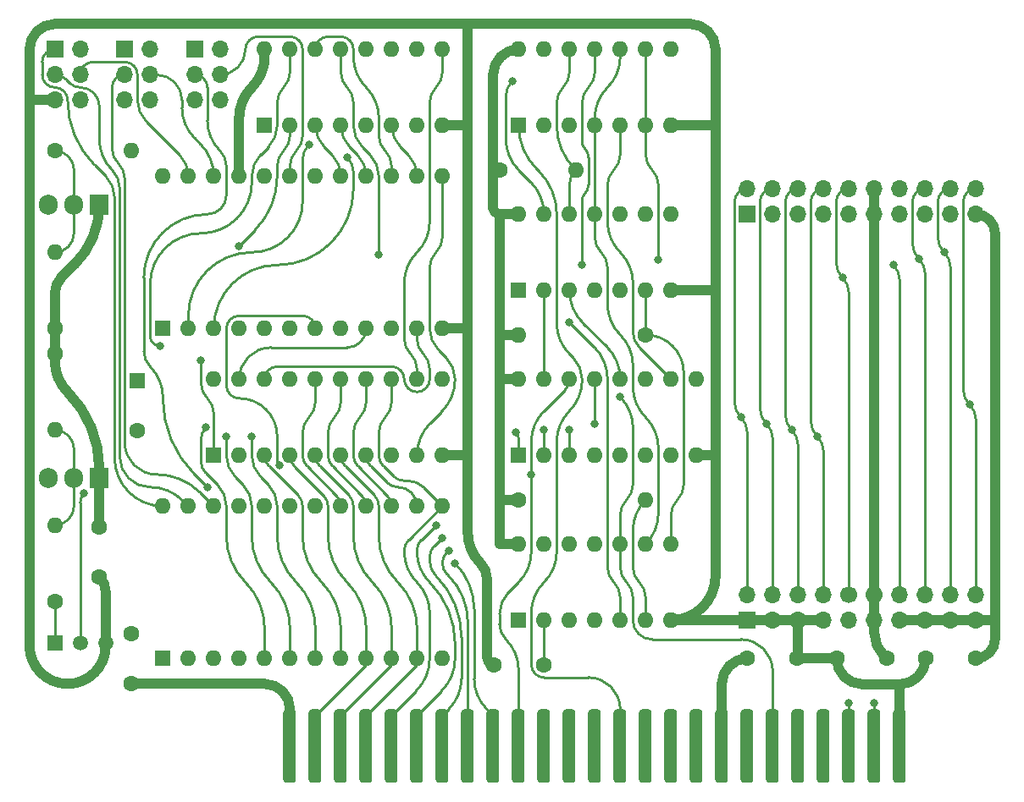
<source format=gbr>
%TF.GenerationSoftware,KiCad,Pcbnew,(6.0.5-0)*%
%TF.CreationDate,2022-08-03T01:41:10-07:00*%
%TF.ProjectId,DiskII,4469736b-4949-42e6-9b69-6361645f7063,rev?*%
%TF.SameCoordinates,Original*%
%TF.FileFunction,Copper,L2,Bot*%
%TF.FilePolarity,Positive*%
%FSLAX46Y46*%
G04 Gerber Fmt 4.6, Leading zero omitted, Abs format (unit mm)*
G04 Created by KiCad (PCBNEW (6.0.5-0)) date 2022-08-03 01:41:10*
%MOMM*%
%LPD*%
G01*
G04 APERTURE LIST*
G04 Aperture macros list*
%AMRoundRect*
0 Rectangle with rounded corners*
0 $1 Rounding radius*
0 $2 $3 $4 $5 $6 $7 $8 $9 X,Y pos of 4 corners*
0 Add a 4 corners polygon primitive as box body*
4,1,4,$2,$3,$4,$5,$6,$7,$8,$9,$2,$3,0*
0 Add four circle primitives for the rounded corners*
1,1,$1+$1,$2,$3*
1,1,$1+$1,$4,$5*
1,1,$1+$1,$6,$7*
1,1,$1+$1,$8,$9*
0 Add four rect primitives between the rounded corners*
20,1,$1+$1,$2,$3,$4,$5,0*
20,1,$1+$1,$4,$5,$6,$7,0*
20,1,$1+$1,$6,$7,$8,$9,0*
20,1,$1+$1,$8,$9,$2,$3,0*%
G04 Aperture macros list end*
%TA.AperFunction,ComponentPad*%
%ADD10C,1.600000*%
%TD*%
%TA.AperFunction,ComponentPad*%
%ADD11O,1.600000X1.600000*%
%TD*%
%TA.AperFunction,ConnectorPad*%
%ADD12RoundRect,0.317500X-0.317500X-3.365500X0.317500X-3.365500X0.317500X3.365500X-0.317500X3.365500X0*%
%TD*%
%TA.AperFunction,ComponentPad*%
%ADD13R,1.600000X1.600000*%
%TD*%
%TA.AperFunction,ComponentPad*%
%ADD14R,1.905000X2.000000*%
%TD*%
%TA.AperFunction,ComponentPad*%
%ADD15O,1.905000X2.000000*%
%TD*%
%TA.AperFunction,ComponentPad*%
%ADD16R,1.500000X1.500000*%
%TD*%
%TA.AperFunction,ComponentPad*%
%ADD17C,1.500000*%
%TD*%
%TA.AperFunction,ComponentPad*%
%ADD18R,1.700000X1.700000*%
%TD*%
%TA.AperFunction,ComponentPad*%
%ADD19O,1.700000X1.700000*%
%TD*%
%TA.AperFunction,ComponentPad*%
%ADD20C,1.700000*%
%TD*%
%TA.AperFunction,ViaPad*%
%ADD21C,0.800000*%
%TD*%
%TA.AperFunction,Conductor*%
%ADD22C,0.250000*%
%TD*%
%TA.AperFunction,Conductor*%
%ADD23C,1.016000*%
%TD*%
G04 APERTURE END LIST*
D10*
%TO.P,R2,1*%
%TO.N,+5V*%
X114935000Y-97790000D03*
D11*
%TO.P,R2,2*%
%TO.N,Net-(Q2-Pad2)*%
X114935000Y-105410000D03*
%TD*%
D10*
%TO.P,R3,1*%
%TO.N,+5V*%
X159385000Y-79375000D03*
D11*
%TO.P,R3,2*%
%TO.N,Net-(R3-Pad2)*%
X167005000Y-79375000D03*
%TD*%
D10*
%TO.P,C1,1*%
%TO.N,Net-(C1-Pad1)*%
X163830000Y-128905000D03*
%TO.P,C1,2*%
%TO.N,GND*%
X158830000Y-128905000D03*
%TD*%
%TO.P,R4,1*%
%TO.N,+5V*%
X161290000Y-112395000D03*
D11*
%TO.P,R4,2*%
%TO.N,Net-(C1-Pad1)*%
X173990000Y-112395000D03*
%TD*%
D10*
%TO.P,R1,1*%
%TO.N,Net-(Q1-Pad1)*%
X114935000Y-122555000D03*
D11*
%TO.P,R1,2*%
%TO.N,Net-(Q2-Pad2)*%
X114935000Y-114935000D03*
%TD*%
D12*
%TO.P,J1,26,GND*%
%TO.N,GND*%
X199390000Y-137043000D03*
%TO.P,J1,27,DMA_IN*%
%TO.N,Net-(J1-Pad24)*%
X196850000Y-137043000D03*
%TO.P,J1,28,INT_IN*%
%TO.N,Net-(J1-Pad23)*%
X194310000Y-137043000D03*
%TO.P,J1,29,~{NMI}*%
%TO.N,unconnected-(J1-Pad29)*%
X191770000Y-137043000D03*
%TO.P,J1,30,~{IRQ}*%
%TO.N,unconnected-(J1-Pad30)*%
X189230000Y-137043000D03*
%TO.P,J1,31,~{RES}*%
%TO.N,/~{RES}*%
X186690000Y-137043000D03*
%TO.P,J1,32,~{INH}*%
%TO.N,unconnected-(J1-Pad32)*%
X184150000Y-137043000D03*
%TO.P,J1,33,-12V*%
%TO.N,-12V*%
X181610000Y-137043000D03*
%TO.P,J1,34,-5V*%
%TO.N,unconnected-(J1-Pad34)*%
X179070000Y-137043000D03*
%TO.P,J1,35,N.C.*%
%TO.N,unconnected-(J1-Pad35)*%
X176530000Y-137043000D03*
%TO.P,J1,36,7M*%
%TO.N,unconnected-(J1-Pad36)*%
X173990000Y-137043000D03*
%TO.P,J1,37,Q3*%
%TO.N,/Q3*%
X171450000Y-137043000D03*
%TO.P,J1,38,PHI1*%
%TO.N,unconnected-(J1-Pad38)*%
X168910000Y-137043000D03*
%TO.P,J1,39,USER1*%
%TO.N,unconnected-(J1-Pad39)*%
X166370000Y-137043000D03*
%TO.P,J1,40,PHI0*%
%TO.N,unconnected-(J1-Pad40)*%
X163830000Y-137043000D03*
%TO.P,J1,41,~{DEVICE_SELECT}*%
%TO.N,/DEV*%
X161290000Y-137043000D03*
%TO.P,J1,42,D7*%
%TO.N,/D7*%
X158750000Y-137043000D03*
%TO.P,J1,43,D6*%
%TO.N,/D6*%
X156210000Y-137043000D03*
%TO.P,J1,44,D5*%
%TO.N,/D5*%
X153670000Y-137043000D03*
%TO.P,J1,45,D4*%
%TO.N,/D4*%
X151130000Y-137043000D03*
%TO.P,J1,46,D3*%
%TO.N,/D3*%
X148590000Y-137043000D03*
%TO.P,J1,47,D2*%
%TO.N,/D2*%
X146050000Y-137043000D03*
%TO.P,J1,48,D1*%
%TO.N,/D1*%
X143510000Y-137043000D03*
%TO.P,J1,49,D0*%
%TO.N,/D0*%
X140970000Y-137043000D03*
%TO.P,J1,50,-12V*%
%TO.N,+12V*%
X138430000Y-137043000D03*
%TD*%
D10*
%TO.P,C4,1*%
%TO.N,+12V*%
X122555000Y-130770000D03*
%TO.P,C4,2*%
%TO.N,GND*%
X122555000Y-125770000D03*
%TD*%
D13*
%TO.P,UC2,1,A0*%
%TO.N,/A1*%
X161305000Y-107950000D03*
D11*
%TO.P,UC2,2,A1*%
%TO.N,/A2*%
X163845000Y-107950000D03*
%TO.P,UC2,3,A2*%
%TO.N,/A3*%
X166385000Y-107950000D03*
%TO.P,UC2,4,Q0*%
%TO.N,/PH0*%
X168925000Y-107950000D03*
%TO.P,UC2,5,Q1*%
%TO.N,/PH1*%
X171465000Y-107950000D03*
%TO.P,UC2,6,Q2*%
%TO.N,/PH2*%
X174005000Y-107950000D03*
%TO.P,UC2,7,Q3*%
%TO.N,/PH3*%
X176545000Y-107950000D03*
%TO.P,UC2,8,GND*%
%TO.N,GND*%
X179085000Y-107950000D03*
%TO.P,UC2,9,Q4*%
%TO.N,Net-(UB2-Pad5)*%
X179085000Y-100330000D03*
%TO.P,UC2,10,Q5*%
%TO.N,Net-(UA2-Pad5)*%
X176545000Y-100330000D03*
%TO.P,UC2,11,Q6*%
%TO.N,/P6A2*%
X174005000Y-100330000D03*
%TO.P,UC2,12,Q7*%
%TO.N,/P6A3*%
X171465000Y-100330000D03*
%TO.P,UC2,13,D*%
%TO.N,/A0*%
X168925000Y-100330000D03*
%TO.P,UC2,14,E*%
%TO.N,/DEV*%
X166385000Y-100330000D03*
%TO.P,UC2,15,Clr*%
%TO.N,/~{RES}*%
X163845000Y-100330000D03*
%TO.P,UC2,16,VCC*%
%TO.N,+5V*%
X161305000Y-100330000D03*
%TD*%
D13*
%TO.P,UD2,1,DIS*%
%TO.N,unconnected-(UD2-Pad1)*%
X161285000Y-124450000D03*
D11*
%TO.P,UD2,2,THR*%
%TO.N,Net-(C1-Pad1)*%
X163825000Y-124450000D03*
%TO.P,UD2,3,CV*%
%TO.N,unconnected-(UD2-Pad3)*%
X166365000Y-124450000D03*
%TO.P,UD2,4,R*%
%TO.N,+5V*%
X168905000Y-124450000D03*
%TO.P,UD2,5,Q*%
%TO.N,Net-(UB2-Pad1)*%
X171445000Y-124450000D03*
%TO.P,UD2,6,TR*%
%TO.N,Net-(C1-Pad1)*%
X173985000Y-124450000D03*
%TO.P,UD2,7,GND*%
%TO.N,GND*%
X176525000Y-124450000D03*
%TO.P,UD2,8,THR*%
%TO.N,Net-(C2-Pad2)*%
X176525000Y-116830000D03*
%TO.P,UD2,9,Q*%
%TO.N,Net-(UA2-Pad10)*%
X173985000Y-116830000D03*
%TO.P,UD2,10,R*%
%TO.N,/~{RES}*%
X171445000Y-116830000D03*
%TO.P,UD2,11,CV*%
%TO.N,unconnected-(UD2-Pad11)*%
X168905000Y-116830000D03*
%TO.P,UD2,12,TR*%
%TO.N,Net-(C2-Pad2)*%
X166365000Y-116830000D03*
%TO.P,UD2,13,DIS*%
%TO.N,unconnected-(UD2-Pad13)*%
X163825000Y-116830000D03*
%TO.P,UD2,14,VCC*%
%TO.N,+5V*%
X161285000Y-116830000D03*
%TD*%
D13*
%TO.P,UD3,1,A7*%
%TO.N,/A7*%
X125735000Y-128270000D03*
D11*
%TO.P,UD3,2,A6*%
%TO.N,/A6*%
X128275000Y-128270000D03*
%TO.P,UD3,3,A5*%
%TO.N,/A5*%
X130815000Y-128270000D03*
%TO.P,UD3,4,A4*%
%TO.N,/A4*%
X133355000Y-128270000D03*
%TO.P,UD3,5,A3*%
%TO.N,/A3*%
X135895000Y-128270000D03*
%TO.P,UD3,6,A2*%
%TO.N,/A2*%
X138435000Y-128270000D03*
%TO.P,UD3,7,A1*%
%TO.N,/A1*%
X140975000Y-128270000D03*
%TO.P,UD3,8,A0*%
%TO.N,/A0*%
X143515000Y-128270000D03*
%TO.P,UD3,9,D0*%
%TO.N,/D0*%
X146055000Y-128270000D03*
%TO.P,UD3,10,D1*%
%TO.N,/D1*%
X148595000Y-128270000D03*
%TO.P,UD3,11,D2*%
%TO.N,/D2*%
X151135000Y-128270000D03*
%TO.P,UD3,12,GND*%
%TO.N,GND*%
X153675000Y-128270000D03*
%TO.P,UD3,13,D3*%
%TO.N,/D3*%
X153675000Y-113030000D03*
%TO.P,UD3,14,D4*%
%TO.N,/D4*%
X151135000Y-113030000D03*
%TO.P,UD3,15,D5*%
%TO.N,/D5*%
X148595000Y-113030000D03*
%TO.P,UD3,16,D6*%
%TO.N,/D6*%
X146055000Y-113030000D03*
%TO.P,UD3,17,D7*%
%TO.N,/D7*%
X143515000Y-113030000D03*
%TO.P,UD3,18,~{CE}/PGM*%
%TO.N,/I{slash}~{OSEL}*%
X140975000Y-113030000D03*
%TO.P,UD3,19,A10*%
%TO.N,/P5A10*%
X138435000Y-113030000D03*
%TO.P,UD3,20,~{OE}*%
%TO.N,GND*%
X135895000Y-113030000D03*
%TO.P,UD3,21,VPP*%
%TO.N,/P5VCC*%
X133355000Y-113030000D03*
%TO.P,UD3,22,A9*%
%TO.N,/P5A9*%
X130815000Y-113030000D03*
%TO.P,UD3,23,A8*%
%TO.N,/P5A8*%
X128275000Y-113030000D03*
%TO.P,UD3,24,VCC*%
%TO.N,/P5VCC*%
X125735000Y-113030000D03*
%TD*%
D10*
%TO.P,C6,1*%
%TO.N,+12V*%
X206970000Y-128270000D03*
%TO.P,C6,2*%
%TO.N,GND*%
X201970000Y-128270000D03*
%TD*%
D14*
%TO.P,Q2,1,E*%
%TO.N,+5V*%
X119380000Y-110180000D03*
D15*
%TO.P,Q2,2,B*%
%TO.N,Net-(Q2-Pad2)*%
X116840000Y-110180000D03*
%TO.P,Q2,3,C*%
%TO.N,/P5VCC*%
X114300000Y-110180000D03*
%TD*%
D16*
%TO.P,Q1,1,E*%
%TO.N,Net-(Q1-Pad1)*%
X114935000Y-126725000D03*
D17*
%TO.P,Q1,2,B*%
%TO.N,/I{slash}~{OSEL}*%
X117475000Y-126725000D03*
%TO.P,Q1,3,C*%
%TO.N,GND*%
X120015000Y-126725000D03*
%TD*%
D10*
%TO.P,C7,1*%
%TO.N,-12V*%
X184150000Y-128270000D03*
%TO.P,C7,2*%
%TO.N,GND*%
X189150000Y-128270000D03*
%TD*%
%TO.P,R5,1*%
%TO.N,Net-(C2-Pad2)*%
X173990000Y-95885000D03*
D11*
%TO.P,R5,2*%
%TO.N,+5V*%
X161290000Y-95885000D03*
%TD*%
D18*
%TO.P,SW3,1,A*%
%TO.N,/P5VCC*%
X128900000Y-67310000D03*
D19*
%TO.P,SW3,2,B*%
%TO.N,/P5A10*%
X128900000Y-69850000D03*
%TO.P,SW3,3,C*%
%TO.N,GND*%
X128900000Y-72390000D03*
%TO.P,SW3,4,A*%
%TO.N,/P6VCC*%
X131440000Y-67310000D03*
%TO.P,SW3,5,B*%
%TO.N,/P6A10*%
X131440000Y-69850000D03*
%TO.P,SW3,6,C*%
%TO.N,GND*%
X131440000Y-72390000D03*
%TD*%
D18*
%TO.P,J3,1,GND*%
%TO.N,GND*%
X184150000Y-83820000D03*
D19*
%TO.P,J3,2,PH0*%
%TO.N,/PH0*%
X184150000Y-81280000D03*
%TO.P,J3,3,GND*%
%TO.N,GND*%
X186690000Y-83820000D03*
%TO.P,J3,4,PH1*%
%TO.N,/PH1*%
X186690000Y-81280000D03*
%TO.P,J3,5,GND*%
%TO.N,GND*%
X189230000Y-83820000D03*
%TO.P,J3,6,PH2*%
%TO.N,/PH2*%
X189230000Y-81280000D03*
%TO.P,J3,7,GND*%
%TO.N,GND*%
X191770000Y-83820000D03*
%TO.P,J3,8,PH3*%
%TO.N,/PH3*%
X191770000Y-81280000D03*
%TO.P,J3,9,-12*%
%TO.N,-12V*%
X194310000Y-83820000D03*
%TO.P,J3,10,WR_REQ*%
%TO.N,/WR REQ*%
X194310000Y-81280000D03*
%TO.P,J3,11,VCC*%
%TO.N,+5V*%
X196850000Y-83820000D03*
%TO.P,J3,12,VCC*%
X196850000Y-81280000D03*
%TO.P,J3,13,+12*%
%TO.N,+12V*%
X199390000Y-83820000D03*
%TO.P,J3,14,~{ENBL}*%
%TO.N,/~{ENBL 1}*%
X199390000Y-81280000D03*
%TO.P,J3,15,+12*%
%TO.N,+12V*%
X201930000Y-83820000D03*
%TO.P,J3,16,RD_DATA*%
%TO.N,/RD DATA*%
X201930000Y-81280000D03*
%TO.P,J3,17,+12*%
%TO.N,+12V*%
X204470000Y-83820000D03*
%TO.P,J3,18,WR_DATA*%
%TO.N,/P6A7*%
X204470000Y-81280000D03*
%TO.P,J3,19,+12*%
%TO.N,+12V*%
X207010000Y-83820000D03*
%TO.P,J3,20,W_PROT*%
%TO.N,/W PROT*%
X207010000Y-81280000D03*
%TD*%
D18*
%TO.P,SW1,1,A*%
%TO.N,/P5VCC*%
X114930000Y-67310000D03*
D19*
%TO.P,SW1,2,B*%
%TO.N,/P5A8*%
X114930000Y-69850000D03*
%TO.P,SW1,3,C*%
%TO.N,GND*%
X114930000Y-72390000D03*
%TO.P,SW1,4,A*%
%TO.N,/P6VCC*%
X117470000Y-67310000D03*
%TO.P,SW1,5,B*%
%TO.N,/P6A8*%
X117470000Y-69850000D03*
%TO.P,SW1,6,C*%
%TO.N,GND*%
X117470000Y-72390000D03*
%TD*%
D13*
%TO.P,UA2,1*%
%TO.N,/Q3*%
X161285000Y-74930000D03*
D11*
%TO.P,UA2,2*%
%TO.N,Net-(UA2-Pad10)*%
X163825000Y-74930000D03*
%TO.P,UA2,3*%
%TO.N,Net-(UA2-Pad3)*%
X166365000Y-74930000D03*
%TO.P,UA2,4*%
%TO.N,Net-(UA2-Pad10)*%
X168905000Y-74930000D03*
%TO.P,UA2,5*%
%TO.N,Net-(UA2-Pad5)*%
X171445000Y-74930000D03*
%TO.P,UA2,6*%
%TO.N,/~{ENBL 2}*%
X173985000Y-74930000D03*
%TO.P,UA2,7,GND*%
%TO.N,GND*%
X176525000Y-74930000D03*
%TO.P,UA2,8*%
%TO.N,/~{ENBL 1}*%
X176525000Y-67310000D03*
%TO.P,UA2,9*%
%TO.N,/~{ENBL 2}*%
X173985000Y-67310000D03*
%TO.P,UA2,10*%
%TO.N,Net-(UA2-Pad10)*%
X171445000Y-67310000D03*
%TO.P,UA2,11*%
%TO.N,/P6A4*%
X168905000Y-67310000D03*
%TO.P,UA2,12*%
%TO.N,Net-(R3-Pad2)*%
X166365000Y-67310000D03*
%TO.P,UA2,13*%
%TO.N,Net-(UA2-Pad13)*%
X163825000Y-67310000D03*
%TO.P,UA2,14,VCC*%
%TO.N,+5V*%
X161285000Y-67310000D03*
%TD*%
D13*
%TO.P,UC3,1,S0*%
%TO.N,/P6D1*%
X130815000Y-107950000D03*
D11*
%TO.P,UC3,2,OE1*%
%TO.N,/DEV*%
X133355000Y-107950000D03*
%TO.P,UC3,3,OE2*%
%TO.N,/A0*%
X135895000Y-107950000D03*
%TO.P,UC3,4,IO6*%
%TO.N,/D0*%
X138435000Y-107950000D03*
%TO.P,UC3,5,IO4*%
%TO.N,/D1*%
X140975000Y-107950000D03*
%TO.P,UC3,6,IO2*%
%TO.N,/D2*%
X143515000Y-107950000D03*
%TO.P,UC3,7,IO0*%
%TO.N,/D4*%
X146055000Y-107950000D03*
%TO.P,UC3,8,Q0*%
%TO.N,/P6A1*%
X148595000Y-107950000D03*
%TO.P,UC3,9,SR*%
%TO.N,/P6D3*%
X151135000Y-107950000D03*
%TO.P,UC3,10,GND*%
%TO.N,GND*%
X153675000Y-107950000D03*
%TO.P,UC3,11,DS0*%
%TO.N,/W PROT*%
X153675000Y-100330000D03*
%TO.P,UC3,12,Cp*%
%TO.N,Net-(UA2-Pad3)*%
X151135000Y-100330000D03*
%TO.P,UC3,13,IO1*%
%TO.N,/D3*%
X148595000Y-100330000D03*
%TO.P,UC3,14,IO3*%
%TO.N,/D5*%
X146055000Y-100330000D03*
%TO.P,UC3,15,IO5*%
%TO.N,/D6*%
X143515000Y-100330000D03*
%TO.P,UC3,16,IO7*%
%TO.N,/D7*%
X140975000Y-100330000D03*
%TO.P,UC3,17,Q7*%
%TO.N,unconnected-(UC3-Pad17)*%
X138435000Y-100330000D03*
%TO.P,UC3,18,DS7*%
%TO.N,/P6D2*%
X135895000Y-100330000D03*
%TO.P,UC3,19,S1*%
%TO.N,/P6D0*%
X133355000Y-100330000D03*
%TO.P,UC3,20,VCC*%
%TO.N,+5V*%
X130815000Y-100330000D03*
%TD*%
D13*
%TO.P,UB3,1,A7*%
%TO.N,/P6A7*%
X125735000Y-95250000D03*
D11*
%TO.P,UB3,2,A6*%
%TO.N,/P6A6*%
X128275000Y-95250000D03*
%TO.P,UB3,3,A5*%
%TO.N,/P6A5*%
X130815000Y-95250000D03*
%TO.P,UB3,4,A4*%
%TO.N,/P6A4*%
X133355000Y-95250000D03*
%TO.P,UB3,5,A3*%
%TO.N,/P6A3*%
X135895000Y-95250000D03*
%TO.P,UB3,6,A2*%
%TO.N,/P6A2*%
X138435000Y-95250000D03*
%TO.P,UB3,7,A1*%
%TO.N,/P6A1*%
X140975000Y-95250000D03*
%TO.P,UB3,8,A0*%
%TO.N,/P6A0*%
X143515000Y-95250000D03*
%TO.P,UB3,9,D0*%
%TO.N,/P6D0*%
X146055000Y-95250000D03*
%TO.P,UB3,10,D1*%
%TO.N,/P6D1*%
X148595000Y-95250000D03*
%TO.P,UB3,11,D2*%
%TO.N,/P6D2*%
X151135000Y-95250000D03*
%TO.P,UB3,12,GND*%
%TO.N,GND*%
X153675000Y-95250000D03*
%TO.P,UB3,13,D3*%
%TO.N,/P6D3*%
X153675000Y-80010000D03*
%TO.P,UB3,14,D4*%
%TO.N,/P6D4*%
X151135000Y-80010000D03*
%TO.P,UB3,15,D5*%
%TO.N,/P6D5*%
X148595000Y-80010000D03*
%TO.P,UB3,16,D6*%
%TO.N,/P6D6*%
X146055000Y-80010000D03*
%TO.P,UB3,17,D7*%
%TO.N,/P6D7*%
X143515000Y-80010000D03*
%TO.P,UB3,18,~{CE}*%
%TO.N,/P6EN*%
X140975000Y-80010000D03*
%TO.P,UB3,19,AR*%
%TO.N,/P6A10*%
X138435000Y-80010000D03*
%TO.P,UB3,20,~{OE}*%
%TO.N,GND*%
X135895000Y-80010000D03*
%TO.P,UB3,21,VPP*%
%TO.N,/P6VCC*%
X133355000Y-80010000D03*
%TO.P,UB3,22,A9*%
%TO.N,/P6A9*%
X130815000Y-80010000D03*
%TO.P,UB3,23,A8*%
%TO.N,/P6A8*%
X128275000Y-80010000D03*
%TO.P,UB3,24,VCC*%
%TO.N,/P6VCC*%
X125735000Y-80010000D03*
%TD*%
D10*
%TO.P,C3,1*%
%TO.N,+5V*%
X198080000Y-128270000D03*
%TO.P,C3,2*%
%TO.N,GND*%
X193080000Y-128270000D03*
%TD*%
%TO.P,R6,1*%
%TO.N,Net-(Q3-Pad2)*%
X114935000Y-77470000D03*
D11*
%TO.P,R6,2*%
%TO.N,/P6EN*%
X122555000Y-77470000D03*
%TD*%
D14*
%TO.P,Q3,1,E*%
%TO.N,+5V*%
X119380000Y-82875000D03*
D15*
%TO.P,Q3,2,B*%
%TO.N,Net-(Q3-Pad2)*%
X116840000Y-82875000D03*
%TO.P,Q3,3,C*%
%TO.N,/P6VCC*%
X114300000Y-82875000D03*
%TD*%
D10*
%TO.P,C5,1*%
%TO.N,+5V*%
X119380000Y-115102000D03*
%TO.P,C5,2*%
%TO.N,GND*%
X119380000Y-120102000D03*
%TD*%
D13*
%TO.P,UA3,1,~{Mr}*%
%TO.N,Net-(UA2-Pad10)*%
X135905000Y-74930000D03*
D11*
%TO.P,UA3,2,Q0*%
%TO.N,/P6A7*%
X138445000Y-74930000D03*
%TO.P,UA3,3,D0*%
%TO.N,/P6D7*%
X140985000Y-74930000D03*
%TO.P,UA3,4,D1*%
%TO.N,/P6D6*%
X143525000Y-74930000D03*
%TO.P,UA3,5,Q1*%
%TO.N,/P6A6*%
X146065000Y-74930000D03*
%TO.P,UA3,6,D2*%
%TO.N,/P6D4*%
X148605000Y-74930000D03*
%TO.P,UA3,7,Q2*%
%TO.N,/P6A5*%
X151145000Y-74930000D03*
%TO.P,UA3,8,GND*%
%TO.N,GND*%
X153685000Y-74930000D03*
%TO.P,UA3,9,Cp*%
%TO.N,Net-(UA2-Pad3)*%
X153685000Y-67310000D03*
%TO.P,UA3,10,Q3*%
%TO.N,Net-(UA2-Pad13)*%
X151145000Y-67310000D03*
%TO.P,UA3,11,D3*%
%TO.N,Net-(UA3-Pad11)*%
X148605000Y-67310000D03*
%TO.P,UA3,12,Q4*%
X146065000Y-67310000D03*
%TO.P,UA3,13,D4*%
%TO.N,/RD DATA*%
X143525000Y-67310000D03*
%TO.P,UA3,14,D5*%
%TO.N,/P6D5*%
X140985000Y-67310000D03*
%TO.P,UA3,15,Q5*%
%TO.N,/P6A0*%
X138445000Y-67310000D03*
%TO.P,UA3,16,VCC*%
%TO.N,/P6VCC*%
X135905000Y-67310000D03*
%TD*%
D13*
%TO.P,C2,1*%
%TO.N,+5V*%
X123190000Y-100467349D03*
D10*
%TO.P,C2,2*%
%TO.N,Net-(C2-Pad2)*%
X123190000Y-105467349D03*
%TD*%
D18*
%TO.P,J2,1,GND*%
%TO.N,GND*%
X184150000Y-124460000D03*
D19*
%TO.P,J2,2,PH0*%
%TO.N,/PH0*%
X184150000Y-121920000D03*
%TO.P,J2,3,GND*%
%TO.N,GND*%
X186690000Y-124460000D03*
%TO.P,J2,4,PH1*%
%TO.N,/PH1*%
X186690000Y-121920000D03*
%TO.P,J2,5,GND*%
%TO.N,GND*%
X189230000Y-124460000D03*
%TO.P,J2,6,PH2*%
%TO.N,/PH2*%
X189230000Y-121920000D03*
%TO.P,J2,7,GND*%
%TO.N,GND*%
X191770000Y-124460000D03*
%TO.P,J2,8,PH3*%
%TO.N,/PH3*%
X191770000Y-121920000D03*
%TO.P,J2,9,-12*%
%TO.N,-12V*%
X194310000Y-124460000D03*
D20*
%TO.P,J2,10,WR_REQ*%
%TO.N,/WR REQ*%
X194310000Y-121920000D03*
D19*
%TO.P,J2,11,VCC*%
%TO.N,+5V*%
X196850000Y-124460000D03*
D20*
%TO.P,J2,12,VCC*%
X196850000Y-121920000D03*
D19*
%TO.P,J2,13,+12*%
%TO.N,+12V*%
X199390000Y-124460000D03*
%TO.P,J2,14,~{ENBL}*%
%TO.N,/~{ENBL 2}*%
X199390000Y-121920000D03*
%TO.P,J2,15,+12*%
%TO.N,+12V*%
X201930000Y-124460000D03*
%TO.P,J2,16,RD_DATA*%
%TO.N,/RD DATA*%
X201930000Y-121920000D03*
%TO.P,J2,17,+12*%
%TO.N,+12V*%
X204470000Y-124460000D03*
%TO.P,J2,18,WR_DATA*%
%TO.N,/P6A7*%
X204470000Y-121920000D03*
%TO.P,J2,19,+12*%
%TO.N,+12V*%
X207010000Y-124460000D03*
%TO.P,J2,20,W_PROT*%
%TO.N,/W PROT*%
X207010000Y-121920000D03*
%TD*%
D18*
%TO.P,SW2,1,A*%
%TO.N,/P5VCC*%
X121915000Y-67310000D03*
D19*
%TO.P,SW2,2,B*%
%TO.N,/P5A9*%
X121915000Y-69850000D03*
%TO.P,SW2,3,C*%
%TO.N,GND*%
X121915000Y-72390000D03*
%TO.P,SW2,4,A*%
%TO.N,/P6VCC*%
X124455000Y-67310000D03*
%TO.P,SW2,5,B*%
%TO.N,/P6A9*%
X124455000Y-69850000D03*
%TO.P,SW2,6,C*%
%TO.N,GND*%
X124455000Y-72390000D03*
%TD*%
D13*
%TO.P,UB2,1*%
%TO.N,Net-(UB2-Pad1)*%
X161285000Y-91430000D03*
D11*
%TO.P,UB2,2*%
%TO.N,/~{RES}*%
X163825000Y-91430000D03*
%TO.P,UB2,3*%
%TO.N,/P6A3*%
X166365000Y-91430000D03*
%TO.P,UB2,4*%
%TO.N,/WR REQ*%
X168905000Y-91430000D03*
%TO.P,UB2,5*%
%TO.N,Net-(UB2-Pad5)*%
X171445000Y-91430000D03*
%TO.P,UB2,6*%
%TO.N,Net-(C2-Pad2)*%
X173985000Y-91430000D03*
%TO.P,UB2,7,GND*%
%TO.N,GND*%
X176525000Y-91430000D03*
%TO.P,UB2,8*%
%TO.N,/P6D1*%
X176525000Y-83810000D03*
%TO.P,UB2,9*%
%TO.N,/P6EN*%
X173985000Y-83810000D03*
%TO.P,UB2,10*%
X171445000Y-83810000D03*
%TO.P,UB2,11*%
%TO.N,Net-(UA2-Pad10)*%
X168905000Y-83810000D03*
%TO.P,UB2,12*%
%TO.N,Net-(R3-Pad2)*%
X166365000Y-83810000D03*
%TO.P,UB2,13*%
%TO.N,Net-(UA3-Pad11)*%
X163825000Y-83810000D03*
%TO.P,UB2,14,VCC*%
%TO.N,+5V*%
X161285000Y-83810000D03*
%TD*%
D10*
%TO.P,R7,1*%
%TO.N,+5V*%
X114935000Y-95250000D03*
D11*
%TO.P,R7,2*%
%TO.N,Net-(Q3-Pad2)*%
X114935000Y-87630000D03*
%TD*%
D21*
%TO.N,/I{slash}~{OSEL}*%
X117856000Y-111760000D03*
%TO.N,GND*%
X180975000Y-83820000D03*
X156210000Y-82550000D03*
%TO.N,Net-(UA3-Pad11)*%
X160655000Y-70485000D03*
%TO.N,/P6A7*%
X133350000Y-86995000D03*
X203835000Y-87630000D03*
%TO.N,/A0*%
X168910000Y-104775000D03*
%TO.N,/A1*%
X134620000Y-106045000D03*
X161036000Y-105664000D03*
%TO.N,/A2*%
X163830000Y-105410000D03*
X132080000Y-106045000D03*
%TO.N,/A3*%
X166370000Y-105410000D03*
X130048000Y-105156000D03*
%TO.N,/D7*%
X154940000Y-118745000D03*
%TO.N,/D6*%
X154305000Y-117475000D03*
%TO.N,/D5*%
X153670000Y-116205000D03*
%TO.N,/D4*%
X153035000Y-114935000D03*
%TO.N,/PH0*%
X183515000Y-104140000D03*
%TO.N,/PH1*%
X186055000Y-104775000D03*
%TO.N,/PH2*%
X188595000Y-105410000D03*
%TO.N,/PH3*%
X191135000Y-106045000D03*
%TO.N,/WR REQ*%
X193675000Y-90170000D03*
%TO.N,/~{ENBL 2}*%
X198755000Y-88900000D03*
X175260000Y-88392000D03*
%TO.N,/RD DATA*%
X201295000Y-88265000D03*
X147320000Y-87884000D03*
%TO.N,/W PROT*%
X206375000Y-102870000D03*
%TO.N,Net-(UB2-Pad1)*%
X166370000Y-94615000D03*
%TO.N,/~{RES}*%
X171450000Y-102108000D03*
%TO.N,/DEV*%
X162560000Y-109855000D03*
%TO.N,Net-(J1-Pad23)*%
X194310000Y-132715000D03*
%TO.N,Net-(J1-Pad24)*%
X196850000Y-132715000D03*
%TO.N,/P6A4*%
X167640000Y-88900000D03*
%TO.N,/P6A6*%
X140335000Y-76835000D03*
%TO.N,/P6A5*%
X144145000Y-78105000D03*
%TO.N,/P6A0*%
X125476000Y-97028000D03*
%TO.N,/P6D1*%
X129540000Y-98425000D03*
%TO.N,/P6A1*%
X137414000Y-108966000D03*
%TO.N,/P5A10*%
X130175000Y-111125000D03*
%TD*%
D22*
%TO.N,Net-(Q1-Pad1)*%
X114935000Y-123190000D02*
X114935000Y-126725000D01*
%TO.N,/I{slash}~{OSEL}*%
X117475000Y-126725000D02*
X117475000Y-112679815D01*
X117855995Y-111759995D02*
G75*
G03*
X117475000Y-112679815I919805J-919805D01*
G01*
D23*
%TO.N,GND*%
X199390000Y-130850000D02*
X195660000Y-130850000D01*
X176525000Y-74930000D02*
X180975000Y-74930000D01*
X179085000Y-107950000D02*
X180975000Y-107950000D01*
X112395000Y-72390000D02*
X112395000Y-69850000D01*
X112395000Y-69215000D02*
X112395000Y-67310000D01*
X189150000Y-128270000D02*
X193080000Y-128270000D01*
X180975000Y-91440000D02*
X180975000Y-83820000D01*
X180975000Y-67310000D02*
X180975000Y-74930000D01*
X156210000Y-74930000D02*
X153685000Y-74930000D01*
X156210000Y-82550000D02*
X156210000Y-74930000D01*
X114930000Y-72390000D02*
X112395000Y-72390000D01*
X158115000Y-120278025D02*
X158115000Y-128190000D01*
X156210000Y-95250000D02*
X156210000Y-82550000D01*
X199390000Y-137043000D02*
X199390000Y-130850000D01*
X153675000Y-107950000D02*
X156210000Y-107950000D01*
X189230000Y-124460000D02*
X189230000Y-128190000D01*
X156210000Y-64770000D02*
X178435000Y-64770000D01*
X153675000Y-95250000D02*
X156210000Y-95250000D01*
X156210000Y-107950000D02*
X156210000Y-95250000D01*
X114935000Y-64770000D02*
X156210000Y-64770000D01*
X180975000Y-120000000D02*
X180975000Y-107950000D01*
X156210000Y-107950000D02*
X156210000Y-115678949D01*
X120015000Y-126725000D02*
X120015000Y-121635025D01*
X176525000Y-91430000D02*
X180965000Y-91430000D01*
X112395000Y-127000000D02*
X112395000Y-74930000D01*
X112395000Y-74930000D02*
X112395000Y-72390000D01*
X180975000Y-74930000D02*
X180975000Y-83820000D01*
X176525000Y-124450000D02*
X191760000Y-124450000D01*
X180975000Y-107950000D02*
X180975000Y-91440000D01*
X120015000Y-127000000D02*
X120015000Y-126725000D01*
X112395000Y-69850000D02*
X112395000Y-69215000D01*
X156210000Y-74930000D02*
X156210000Y-64770000D01*
X180975000Y-67310000D02*
G75*
G03*
X178435000Y-64770000I-2540000J0D01*
G01*
X112395000Y-67310000D02*
G75*
G02*
X114935000Y-64770000I2540000J0D01*
G01*
X180975000Y-91440000D02*
G75*
G03*
X180965000Y-91430000I-10000J0D01*
G01*
X193080000Y-128270000D02*
G75*
G03*
X195660000Y-130850000I2580000J0D01*
G01*
X189150000Y-128270000D02*
G75*
G03*
X189230000Y-128190000I0J80000D01*
G01*
X180975000Y-120000000D02*
G75*
G02*
X176525000Y-124450000I-4450000J0D01*
G01*
X158830000Y-128905000D02*
G75*
G02*
X158115000Y-128190000I0J715000D01*
G01*
X158114989Y-120278025D02*
G75*
G03*
X157480000Y-118745000I-2167989J25D01*
G01*
X112395000Y-69850000D02*
G75*
G02*
X112400000Y-69845000I5000J0D01*
G01*
X157479985Y-118745015D02*
G75*
G02*
X156210000Y-115678949I3066015J3066015D01*
G01*
X119380008Y-120101992D02*
G75*
G02*
X120015000Y-121635025I-1533008J-1533008D01*
G01*
X116205000Y-130810000D02*
G75*
G02*
X112395000Y-127000000I0J3810000D01*
G01*
X199390000Y-130850000D02*
G75*
G03*
X201970000Y-128270000I0J2580000D01*
G01*
X120015000Y-127000000D02*
G75*
G02*
X116205000Y-130810000I-3810000J0D01*
G01*
X191770000Y-124460000D02*
G75*
G03*
X191760000Y-124450000I-10000J0D01*
G01*
D22*
%TO.N,Net-(Q2-Pad2)*%
X116840000Y-110180000D02*
X116840000Y-113030000D01*
X116840000Y-110180000D02*
X116840000Y-107315000D01*
X114935000Y-105410000D02*
G75*
G02*
X116840000Y-107315000I0J-1905000D01*
G01*
X114935000Y-114935000D02*
G75*
G03*
X116840000Y-113030000I0J1905000D01*
G01*
D23*
%TO.N,+5V*%
X159385000Y-100330000D02*
X161305000Y-100330000D01*
X161290000Y-112395000D02*
X159385000Y-112395000D01*
X196850000Y-124460000D02*
X196850000Y-121920000D01*
X161275000Y-116840000D02*
X161285000Y-116830000D01*
X196850000Y-124460000D02*
X196850000Y-125730000D01*
X158750000Y-69845000D02*
X158750000Y-83185000D01*
X114935000Y-91703025D02*
X114935000Y-95250000D01*
X161285000Y-83810000D02*
X159395000Y-83810000D01*
X119380000Y-110180000D02*
X119380000Y-115102000D01*
X159385000Y-95885000D02*
X159385000Y-100330000D01*
X114935000Y-96520000D02*
X114935000Y-97790000D01*
X159385000Y-112395000D02*
X159385000Y-116840000D01*
X159385000Y-83820000D02*
X159385000Y-95885000D01*
X197776310Y-127966310D02*
X198080000Y-128270000D01*
X116915733Y-88824267D02*
X115570000Y-90170000D01*
X196850000Y-83820000D02*
X196850000Y-121920000D01*
X196850000Y-83820000D02*
X196850000Y-81280000D01*
X159385000Y-116840000D02*
X161275000Y-116840000D01*
X119380000Y-109265128D02*
X119380000Y-110180000D01*
X159385000Y-100330000D02*
X159385000Y-112395000D01*
X114935000Y-97790000D02*
X114935000Y-98533949D01*
X159395000Y-83810000D02*
X159385000Y-83820000D01*
X114935000Y-95250000D02*
X114935000Y-96520000D01*
X159385000Y-95885000D02*
X161290000Y-95885000D01*
X119379988Y-109265128D02*
G75*
G03*
X116205000Y-101600000I-10840088J28D01*
G01*
X114935011Y-91703025D02*
G75*
G02*
X115570000Y-90170000I2167989J25D01*
G01*
X159385000Y-83820000D02*
G75*
G02*
X158750000Y-83185000I0J635000D01*
G01*
X197776314Y-127966306D02*
G75*
G02*
X196850000Y-125730000I2236286J2236306D01*
G01*
X116915726Y-88824260D02*
G75*
G03*
X119380000Y-82875000I-5949226J5949260D01*
G01*
X116205014Y-101599986D02*
G75*
G02*
X114935000Y-98533949I3066086J3066086D01*
G01*
X158750000Y-69845000D02*
G75*
G02*
X161285000Y-67310000I2535000J0D01*
G01*
D22*
%TO.N,Net-(Q3-Pad2)*%
X116840000Y-82875000D02*
X116840000Y-79375000D01*
X116840000Y-82875000D02*
X116840000Y-85725000D01*
X114935000Y-77470000D02*
G75*
G02*
X116840000Y-79375000I0J-1905000D01*
G01*
X114935000Y-87630000D02*
G75*
G03*
X116840000Y-85725000I0J1905000D01*
G01*
%TO.N,Net-(C2-Pad2)*%
X173990000Y-95885000D02*
X173990000Y-91435000D01*
X176525000Y-116830000D02*
X176525000Y-113940096D01*
X177800000Y-110861975D02*
X177800000Y-99695000D01*
X177165001Y-112395001D02*
G75*
G03*
X176525000Y-113940096I1545099J-1545099D01*
G01*
X173990000Y-95885000D02*
G75*
G02*
X177800000Y-99695000I0J-3810000D01*
G01*
X177799989Y-110861975D02*
G75*
G02*
X177165000Y-112395000I-2167989J-25D01*
G01*
X173985000Y-91430000D02*
G75*
G02*
X173990000Y-91435000I0J-5000D01*
G01*
%TO.N,Net-(R3-Pad2)*%
X166896051Y-79266051D02*
X167005000Y-79375000D01*
X166365000Y-67310000D02*
X166365000Y-69599046D01*
X166365000Y-83810000D02*
X166365000Y-80920096D01*
X165100000Y-72653025D02*
X165100000Y-74930000D01*
X166896052Y-79266050D02*
G75*
G02*
X165100000Y-74930000I4336048J4336050D01*
G01*
X165734987Y-71119987D02*
G75*
G03*
X166365000Y-69599046I-1520987J1520987D01*
G01*
X165100011Y-72653025D02*
G75*
G02*
X165735000Y-71120000I2167989J25D01*
G01*
X167005001Y-79375001D02*
G75*
G03*
X166365000Y-80920096I1545099J-1545099D01*
G01*
%TO.N,Net-(UA3-Pad11)*%
X160020000Y-76308949D02*
X160020000Y-72018025D01*
X162481497Y-80566497D02*
X161290000Y-79375000D01*
X160654992Y-70484992D02*
G75*
G03*
X160020000Y-72018025I1533008J-1533008D01*
G01*
X160020022Y-76308949D02*
G75*
G03*
X161290001Y-79374999I4335978J-51D01*
G01*
X162481496Y-80566498D02*
G75*
G02*
X163825000Y-83810000I-3243496J-3243502D01*
G01*
%TO.N,/P6A7*%
X137160000Y-80010000D02*
X137160000Y-79003025D01*
X204470000Y-97790000D02*
X204470000Y-121920000D01*
X203200000Y-83820000D02*
X203200000Y-82550000D01*
X133350000Y-86995000D02*
X134914935Y-85430065D01*
X203200000Y-83820000D02*
X203200000Y-86096975D01*
X138445000Y-75900762D02*
X138445000Y-74930000D01*
X204470000Y-89163025D02*
X204470000Y-97790000D01*
X137160008Y-80010000D02*
G75*
G02*
X134914935Y-85430065I-7665108J0D01*
G01*
X203834992Y-87630008D02*
G75*
G02*
X203200000Y-86096975I1533008J1533008D01*
G01*
X204470000Y-81280000D02*
G75*
G03*
X203200000Y-82550000I0J-1270000D01*
G01*
X137794992Y-77469992D02*
G75*
G03*
X137160000Y-79003025I1533008J-1533008D01*
G01*
X204469989Y-89163025D02*
G75*
G03*
X203835000Y-87630000I-2167989J25D01*
G01*
X138444983Y-75900762D02*
G75*
G02*
X137794999Y-77469999I-2219183J-38D01*
G01*
%TO.N,/A0*%
X168910000Y-104775000D02*
X168910000Y-100366213D01*
X139250987Y-111945987D02*
X136347548Y-109042548D01*
X143515000Y-128270000D02*
X143515000Y-125261147D01*
X139700000Y-116050924D02*
X139700000Y-113030000D01*
X135895001Y-107950000D02*
G75*
G03*
X136347548Y-109042548I1545099J0D01*
G01*
X168924996Y-100329996D02*
G75*
G03*
X168910000Y-100366213I36204J-36204D01*
G01*
X139250982Y-111945992D02*
G75*
G02*
X139700000Y-113030000I-1083982J-1084008D01*
G01*
X141605014Y-120649986D02*
G75*
G02*
X143515000Y-125261147I-4611114J-4611114D01*
G01*
X139699991Y-116050924D02*
G75*
G03*
X141605000Y-120650000I6504109J24D01*
G01*
%TO.N,/A1*%
X140975000Y-128270000D02*
X140975000Y-125261147D01*
X135518026Y-110118026D02*
X136261974Y-110861975D01*
X137160000Y-116050924D02*
X137160000Y-113030000D01*
X134620000Y-107950000D02*
X134620000Y-106045000D01*
X161305000Y-106313423D02*
X161305000Y-107950000D01*
X139065014Y-120649986D02*
G75*
G02*
X140975000Y-125261147I-4611114J-4611114D01*
G01*
X137159991Y-116050924D02*
G75*
G03*
X139065000Y-120650000I6504109J24D01*
G01*
X134619985Y-107950000D02*
G75*
G03*
X135518026Y-110118026I3066015J0D01*
G01*
X161304990Y-106313423D02*
G75*
G03*
X161036000Y-105664000I-918390J23D01*
G01*
X136261964Y-110861985D02*
G75*
G02*
X137160000Y-113030000I-2167964J-2168015D01*
G01*
%TO.N,/A2*%
X132080000Y-107950000D02*
X132080000Y-106045000D01*
X138435000Y-128270000D02*
X138435000Y-125261147D01*
X132978026Y-110118026D02*
X133721974Y-110861975D01*
X163845000Y-107950000D02*
X163845000Y-105446213D01*
X134620000Y-116050924D02*
X134620000Y-113030000D01*
X136525014Y-120649986D02*
G75*
G02*
X138435000Y-125261147I-4611114J-4611114D01*
G01*
X134619991Y-116050924D02*
G75*
G03*
X136525000Y-120650000I6504109J24D01*
G01*
X133721964Y-110861985D02*
G75*
G02*
X134620000Y-113030000I-2167964J-2168015D01*
G01*
X132079985Y-107950000D02*
G75*
G03*
X132978026Y-110118026I3066015J0D01*
G01*
X163830004Y-105409996D02*
G75*
G02*
X163845000Y-105446213I-36204J-36204D01*
G01*
%TO.N,/A3*%
X132080000Y-113030000D02*
X132080000Y-116050924D01*
X135895000Y-125261147D02*
X135895000Y-128270000D01*
X166385000Y-107950000D02*
X166385000Y-105425000D01*
X129989013Y-109669013D02*
X131181974Y-110861974D01*
X129540000Y-106382420D02*
X129540000Y-108585000D01*
X135894980Y-125261147D02*
G75*
G03*
X133985000Y-120650000I-6521080J47D01*
G01*
X130047994Y-105155994D02*
G75*
G03*
X129540000Y-106382420I1226406J-1226406D01*
G01*
X129989018Y-109669008D02*
G75*
G02*
X129540000Y-108585000I1083982J1084008D01*
G01*
X132079985Y-113030000D02*
G75*
G03*
X131181973Y-110861975I-3066085J0D01*
G01*
X133985007Y-120649993D02*
G75*
G02*
X132080000Y-116050924I4599093J4599093D01*
G01*
X166370000Y-105410000D02*
G75*
G02*
X166385000Y-105425000I0J-15000D01*
G01*
%TO.N,/D0*%
X142240000Y-113030000D02*
X142240000Y-116050924D01*
X140970000Y-137043000D02*
X140970000Y-133985000D01*
X146055000Y-128900000D02*
X146055000Y-128270000D01*
X146055000Y-125261147D02*
X146055000Y-128270000D01*
X138905509Y-109085909D02*
X141808948Y-111989348D01*
X140970000Y-133985000D02*
X146055000Y-128900000D01*
X142240001Y-113030000D02*
G75*
G03*
X141808948Y-111989348I-1471701J0D01*
G01*
X144145007Y-120649993D02*
G75*
G02*
X142240000Y-116050924I4599093J4599093D01*
G01*
X138905513Y-109085905D02*
G75*
G02*
X138435000Y-107950000I1135887J1135905D01*
G01*
X146054980Y-125261147D02*
G75*
G03*
X144145000Y-120650000I-6521080J47D01*
G01*
%TO.N,/D1*%
X148595000Y-128900000D02*
X148595000Y-128270000D01*
X144780000Y-116050924D02*
X144780000Y-113030000D01*
X143510000Y-133985000D02*
X148595000Y-128900000D01*
X144330987Y-111945987D02*
X141427549Y-109042549D01*
X148595000Y-128270000D02*
X148595000Y-125261147D01*
X143510000Y-137043000D02*
X143510000Y-133985000D01*
X140975001Y-107950000D02*
G75*
G03*
X141427549Y-109042549I1545099J0D01*
G01*
X144779991Y-116050924D02*
G75*
G03*
X146685000Y-120650000I6504109J24D01*
G01*
X144330982Y-111945992D02*
G75*
G02*
X144780000Y-113030000I-1083982J-1084008D01*
G01*
X146685014Y-120649986D02*
G75*
G02*
X148595000Y-125261147I-4611114J-4611114D01*
G01*
%TO.N,/D2*%
X143967548Y-109042549D02*
X146870987Y-111945987D01*
X151135000Y-128900000D02*
X151135000Y-128270000D01*
X146050000Y-133985000D02*
X151135000Y-128900000D01*
X147320000Y-116050924D02*
X147320000Y-113030000D01*
X151135000Y-128270000D02*
X151135000Y-125261147D01*
X146050000Y-137043000D02*
X146050000Y-133985000D01*
X147319991Y-116050924D02*
G75*
G03*
X149225000Y-120650000I6504109J24D01*
G01*
X143967548Y-109042549D02*
G75*
G02*
X143515000Y-107950000I1092552J1092549D01*
G01*
X147320007Y-113030000D02*
G75*
G03*
X146870987Y-111945987I-1533007J0D01*
G01*
X149225014Y-120649986D02*
G75*
G02*
X151135000Y-125261147I-4611114J-4611114D01*
G01*
%TO.N,/D3*%
X152400000Y-128270000D02*
X152400000Y-123716051D01*
X149860000Y-110490000D02*
X150240510Y-110490000D01*
X149860000Y-117583949D02*
X149860000Y-117475000D01*
X148595000Y-100330000D02*
X148595000Y-102594904D01*
X147320000Y-105673025D02*
X147320000Y-107950000D01*
X151767500Y-111122500D02*
X153675000Y-113030000D01*
X150305477Y-116399522D02*
X153675000Y-113030000D01*
X147769013Y-109034013D02*
X148775987Y-110040987D01*
X148590000Y-133985000D02*
X151052961Y-131522039D01*
X148590000Y-137043000D02*
X148590000Y-133985000D01*
X150305468Y-116399513D02*
G75*
G03*
X149860000Y-117475000I1075532J-1075487D01*
G01*
X147320011Y-105673025D02*
G75*
G02*
X147955000Y-104140000I2167989J25D01*
G01*
X151767497Y-111122503D02*
G75*
G03*
X150240510Y-110490000I-1526997J-1526997D01*
G01*
X147769018Y-109034008D02*
G75*
G02*
X147320000Y-107950000I1083982J1084008D01*
G01*
X149860022Y-117583949D02*
G75*
G03*
X151130001Y-120649999I4335978J-51D01*
G01*
X151130015Y-120649985D02*
G75*
G02*
X152400000Y-123716051I-3066015J-3066015D01*
G01*
X149860000Y-110490007D02*
G75*
G02*
X148775987Y-110040987I0J1533007D01*
G01*
X147954999Y-104139999D02*
G75*
G03*
X148595000Y-102594904I-1545099J1545099D01*
G01*
X152399993Y-128270000D02*
G75*
G02*
X151052961Y-131522039I-4599093J0D01*
G01*
%TO.N,/D7*%
X139700000Y-105673025D02*
X139700000Y-107950000D01*
X156845000Y-130283949D02*
X156845000Y-123344076D01*
X158750000Y-137043000D02*
X158750000Y-134883025D01*
X140975000Y-100330000D02*
X140975000Y-102594904D01*
X140149013Y-109034013D02*
X143069523Y-111954522D01*
X139700011Y-105673025D02*
G75*
G02*
X140335000Y-104140000I2167989J25D01*
G01*
X140334999Y-104139999D02*
G75*
G03*
X140975000Y-102594904I-1545099J1545099D01*
G01*
X139699993Y-107950000D02*
G75*
G03*
X140149013Y-109034013I1533007J0D01*
G01*
X154939993Y-118745007D02*
G75*
G02*
X156845000Y-123344076I-4599093J-4599093D01*
G01*
X156845022Y-130283949D02*
G75*
G03*
X158115001Y-133349999I4335978J-51D01*
G01*
X143069532Y-111954513D02*
G75*
G02*
X143515000Y-113030000I-1075532J-1075487D01*
G01*
X158115008Y-133349992D02*
G75*
G02*
X158750000Y-134883025I-1533008J-1533008D01*
G01*
%TO.N,/D6*%
X154305000Y-117475000D02*
X154119013Y-117660987D01*
X154119013Y-119829013D02*
X154305000Y-120015000D01*
X142240000Y-107950000D02*
X142240000Y-105673025D01*
X143515000Y-102594904D02*
X143515000Y-100330000D01*
X156210000Y-124614076D02*
X156210000Y-137043000D01*
X142689013Y-109034013D02*
X145609523Y-111954522D01*
X142874992Y-104139992D02*
G75*
G03*
X142240000Y-105673025I1533008J-1533008D01*
G01*
X156210009Y-124614076D02*
G75*
G03*
X154305000Y-120015000I-6504109J-24D01*
G01*
X143515001Y-102594904D02*
G75*
G02*
X142875000Y-104140000I-2185101J4D01*
G01*
X153669993Y-118745000D02*
G75*
G02*
X154119013Y-117660987I1533007J0D01*
G01*
X142239993Y-107950000D02*
G75*
G03*
X142689013Y-109034013I1533007J0D01*
G01*
X145609532Y-111954513D02*
G75*
G02*
X146055000Y-113030000I-1075532J-1075487D01*
G01*
X154119018Y-119829008D02*
G75*
G02*
X153670000Y-118745000I1083982J1084008D01*
G01*
%TO.N,/D5*%
X153670000Y-133985000D02*
X153670000Y-137043000D01*
X145229013Y-109034013D02*
X148149523Y-111954522D01*
X146055000Y-102594904D02*
X146055000Y-100330000D01*
X154305000Y-133350000D02*
X153670000Y-133985000D01*
X144780000Y-107950000D02*
X144780000Y-105673025D01*
X152849013Y-117025987D02*
X153670000Y-116205000D01*
X155575000Y-130283949D02*
X155575000Y-126147102D01*
X152400000Y-118481975D02*
X152400000Y-118110000D01*
X152849018Y-117025992D02*
G75*
G03*
X152400000Y-118110000I1083982J-1084008D01*
G01*
X152400011Y-118481975D02*
G75*
G03*
X153035000Y-120015000I2167989J-25D01*
G01*
X148149532Y-111954513D02*
G75*
G02*
X148595000Y-113030000I-1075532J-1075487D01*
G01*
X146055001Y-102594904D02*
G75*
G02*
X145415000Y-104140000I-2185101J4D01*
G01*
X153035001Y-120014999D02*
G75*
G02*
X155575000Y-126147102I-6132101J-6132101D01*
G01*
X144779993Y-107950000D02*
G75*
G03*
X145229013Y-109034013I1533007J0D01*
G01*
X155574978Y-130283949D02*
G75*
G02*
X154304999Y-133349999I-4335978J-51D01*
G01*
X145414992Y-104139992D02*
G75*
G03*
X144780000Y-105673025I1533008J-1533008D01*
G01*
%TO.N,/D4*%
X151130000Y-133985000D02*
X153592962Y-131522038D01*
X149230000Y-111125000D02*
X149225000Y-111125000D01*
X154940000Y-128270000D02*
X154940000Y-126782102D01*
X151130000Y-133985000D02*
X151130000Y-137043000D01*
X151579013Y-116390987D02*
X153035000Y-114935000D01*
X146507548Y-109042549D02*
X148140987Y-110675987D01*
X151130000Y-117583949D02*
X151130000Y-117475000D01*
X148140992Y-110675982D02*
G75*
G03*
X149225000Y-111125000I1084008J1083982D01*
G01*
X146507548Y-109042549D02*
G75*
G02*
X146055000Y-107950000I1092552J1092549D01*
G01*
X151579018Y-116390992D02*
G75*
G03*
X151130000Y-117475000I1083982J-1084008D01*
G01*
X149230000Y-111125000D02*
G75*
G02*
X151135000Y-113030000I0J-1905000D01*
G01*
X151130022Y-117583949D02*
G75*
G03*
X152400001Y-120649999I4335978J-51D01*
G01*
X154939993Y-128270000D02*
G75*
G02*
X153592962Y-131522038I-4599093J0D01*
G01*
X152400001Y-120649999D02*
G75*
G02*
X154940000Y-126782102I-6132101J-6132101D01*
G01*
%TO.N,Net-(C1-Pad1)*%
X163825000Y-124450000D02*
X163825000Y-128257929D01*
X173985000Y-124450000D02*
X173985000Y-122170954D01*
X172720000Y-119116975D02*
X172720000Y-115461051D01*
X173990014Y-112395014D02*
G75*
G03*
X172720000Y-115461051I3066086J-3066086D01*
G01*
X172720011Y-119116975D02*
G75*
G03*
X173355000Y-120650000I2167989J-25D01*
G01*
X163830008Y-128269992D02*
G75*
G02*
X163825000Y-128257929I12092J12092D01*
G01*
X173354987Y-120650013D02*
G75*
G02*
X173985000Y-122170954I-1520987J-1520987D01*
G01*
D23*
%TO.N,+12V*%
X208915000Y-124460000D02*
X208915000Y-126325000D01*
X207010000Y-124460000D02*
X208915000Y-124460000D01*
X138430000Y-133350000D02*
X138430000Y-137043000D01*
X199390000Y-124460000D02*
X207010000Y-124460000D01*
X122595000Y-130810000D02*
X135890000Y-130810000D01*
X208915000Y-124460000D02*
X208915000Y-85725000D01*
X206970000Y-128270000D02*
G75*
G03*
X208915000Y-126325000I0J1945000D01*
G01*
X138430000Y-133350000D02*
G75*
G03*
X135890000Y-130810000I-2540000J0D01*
G01*
X122595000Y-130810000D02*
G75*
G02*
X122555000Y-130770000I0J40000D01*
G01*
X207010000Y-83820000D02*
G75*
G02*
X208915000Y-85725000I0J-1905000D01*
G01*
%TO.N,-12V*%
X181610000Y-137043000D02*
X181610000Y-130810000D01*
X184150000Y-128270000D02*
G75*
G03*
X181610000Y-130810000I0J-2540000D01*
G01*
D22*
%TO.N,/PH0*%
X182880000Y-82550000D02*
X182880000Y-86995000D01*
X182880000Y-83820000D02*
X182880000Y-82550000D01*
X182880000Y-83820000D02*
X182880000Y-86995000D01*
X182880000Y-102606975D02*
X182880000Y-86995000D01*
X184150000Y-121920000D02*
X184150000Y-105673025D01*
X182880000Y-82595523D02*
X182880000Y-83820000D01*
X183515008Y-104139992D02*
G75*
G02*
X184150000Y-105673025I-1533008J-1533008D01*
G01*
X182880000Y-82550000D02*
G75*
G02*
X184150000Y-81280000I1270000J0D01*
G01*
X183514992Y-104140008D02*
G75*
G02*
X182880000Y-102606975I1533008J1533008D01*
G01*
%TO.N,/PH1*%
X186690000Y-121920000D02*
X186690000Y-106308025D01*
X185420000Y-103241975D02*
X185420000Y-82550000D01*
X186055008Y-104774992D02*
G75*
G02*
X186690000Y-106308025I-1533008J-1533008D01*
G01*
X186690000Y-81280000D02*
G75*
G03*
X185420000Y-82550000I0J-1270000D01*
G01*
X186054992Y-104775008D02*
G75*
G02*
X185420000Y-103241975I1533008J1533008D01*
G01*
%TO.N,/PH2*%
X187960000Y-103876975D02*
X187960000Y-82550000D01*
X189230000Y-121920000D02*
X189230000Y-106943025D01*
X188595008Y-105409992D02*
G75*
G02*
X189230000Y-106943025I-1533008J-1533008D01*
G01*
X189230000Y-81280000D02*
G75*
G03*
X187960000Y-82550000I0J-1270000D01*
G01*
X188594992Y-105410008D02*
G75*
G02*
X187960000Y-103876975I1533008J1533008D01*
G01*
%TO.N,/PH3*%
X190500000Y-82550000D02*
X190500000Y-104511975D01*
X191770000Y-121920000D02*
X191770000Y-107578025D01*
X191134992Y-106045008D02*
G75*
G02*
X190500000Y-104511975I1533008J1533008D01*
G01*
X191135008Y-106044992D02*
G75*
G02*
X191770000Y-107578025I-1533008J-1533008D01*
G01*
X190500000Y-82550000D02*
G75*
G02*
X191770000Y-81280000I1270000J0D01*
G01*
%TO.N,/WR REQ*%
X194310000Y-121920000D02*
X194310000Y-93980000D01*
X194310000Y-93980000D02*
X194310000Y-91703025D01*
X193040000Y-86995000D02*
X193040000Y-88636975D01*
X193040000Y-86995000D02*
X193040000Y-82550000D01*
X194310000Y-81280000D02*
G75*
G03*
X193040000Y-82550000I0J-1270000D01*
G01*
X193675008Y-90169992D02*
G75*
G02*
X194310000Y-91703025I-1533008J-1533008D01*
G01*
X193674992Y-90170008D02*
G75*
G02*
X193040000Y-88636975I1533008J1533008D01*
G01*
%TO.N,/~{ENBL 2}*%
X173985000Y-67310000D02*
X173985000Y-74930000D01*
X173985000Y-77829904D02*
X173985000Y-74930000D01*
X199390000Y-106045000D02*
X199390000Y-95250000D01*
X199390000Y-90433025D02*
X199390000Y-95250000D01*
X175260000Y-88392000D02*
X175260000Y-80908025D01*
X199390000Y-106045000D02*
X199390000Y-121920000D01*
X199389989Y-90433025D02*
G75*
G03*
X198755000Y-88900000I-2167989J25D01*
G01*
X173984999Y-77829904D02*
G75*
G03*
X174625000Y-79375000I2185101J4D01*
G01*
X174625008Y-79374992D02*
G75*
G02*
X175260000Y-80908025I-1533008J-1533008D01*
G01*
%TO.N,/RD DATA*%
X201930000Y-93980000D02*
X201930000Y-121920000D01*
X200660000Y-83820000D02*
X200660000Y-86731975D01*
X146421974Y-77841974D02*
X145678026Y-77098025D01*
X144780000Y-74930000D02*
X144780000Y-72653025D01*
X147320000Y-87884000D02*
X147320000Y-80010000D01*
X200660000Y-82550000D02*
X200660000Y-83820000D01*
X143525000Y-69623188D02*
X143525000Y-67310000D01*
X201930000Y-89798025D02*
X201930000Y-93980000D01*
X146421984Y-77841964D02*
G75*
G02*
X147320000Y-80010000I-2168084J-2168036D01*
G01*
X200660000Y-82550000D02*
G75*
G02*
X201930000Y-81280000I1270000J0D01*
G01*
X201929989Y-89798025D02*
G75*
G03*
X201295000Y-88265000I-2167989J25D01*
G01*
X201294992Y-88265008D02*
G75*
G02*
X200660000Y-86731975I1533008J1533008D01*
G01*
X144779986Y-74930000D02*
G75*
G03*
X145678026Y-77098025I3066014J0D01*
G01*
X143525006Y-69623188D02*
G75*
G03*
X144145001Y-71119999I2116794J-12D01*
G01*
X144145008Y-71119992D02*
G75*
G02*
X144780000Y-72653025I-1533008J-1533008D01*
G01*
%TO.N,/W PROT*%
X207010000Y-104403025D02*
X207010000Y-121920000D01*
X205740000Y-82550000D02*
X205740000Y-101336975D01*
X207009989Y-104403025D02*
G75*
G03*
X206375000Y-102870000I-2167989J25D01*
G01*
X205740011Y-101336975D02*
G75*
G03*
X206375000Y-102870000I2167989J-25D01*
G01*
X205740000Y-82550000D02*
G75*
G02*
X207010000Y-81280000I1270000J0D01*
G01*
%TO.N,/Q3*%
X165100000Y-83820000D02*
X165100000Y-94723949D01*
X165100000Y-106571051D02*
X165100000Y-117583949D01*
X163830000Y-130175000D02*
X168275000Y-130175000D01*
X163195000Y-79375000D02*
X163303948Y-79483948D01*
X167640000Y-100330000D02*
X167640000Y-100438949D01*
X163077516Y-79257515D02*
X163195000Y-79375000D01*
X162560000Y-123716051D02*
X162560000Y-128905000D01*
X166370000Y-97790000D02*
X166741974Y-98161974D01*
X171450000Y-133350000D02*
X171450000Y-137043000D01*
X163830015Y-120650015D02*
G75*
G03*
X165100000Y-117583949I-3066015J3066015D01*
G01*
X167639985Y-100330000D02*
G75*
G03*
X166741973Y-98161975I-3066085J0D01*
G01*
X166370015Y-103505015D02*
G75*
G03*
X167640000Y-100438949I-3066015J3066015D01*
G01*
X165099980Y-106571051D02*
G75*
G02*
X166370000Y-103505000I4336120J-49D01*
G01*
X171450000Y-133350000D02*
G75*
G03*
X168275000Y-130175000I-3175000J0D01*
G01*
X166370014Y-97789986D02*
G75*
G02*
X165100000Y-94723949I3066086J3066086D01*
G01*
X163077522Y-79257509D02*
G75*
G02*
X161285000Y-74930000I4327478J4327509D01*
G01*
X165100000Y-83820000D02*
G75*
G03*
X163303947Y-79483949I-6132100J0D01*
G01*
X162559980Y-123716051D02*
G75*
G02*
X163830000Y-120650000I4336120J-49D01*
G01*
X163830000Y-130175000D02*
G75*
G02*
X162560000Y-128905000I0J1270000D01*
G01*
%TO.N,Net-(UA2-Pad10)*%
X168905000Y-83810000D02*
X168905000Y-86084904D01*
X170180000Y-89163025D02*
X170180000Y-92818949D01*
X168905000Y-74198122D02*
X168905000Y-74930000D01*
X168905000Y-74930000D02*
X168905000Y-83810000D01*
X171445000Y-67310000D02*
X171445000Y-68066020D01*
X172720000Y-98951051D02*
X172720000Y-101073949D01*
X175260000Y-107206051D02*
X175260000Y-113751878D01*
X170179989Y-89163025D02*
G75*
G03*
X169545000Y-87630000I-2167989J25D01*
G01*
X169545001Y-87629999D02*
G75*
G02*
X168905000Y-86084904I1545099J1545099D01*
G01*
X173989985Y-104140015D02*
G75*
G02*
X172720000Y-101073949I3066015J3066015D01*
G01*
X173985007Y-116830007D02*
G75*
G03*
X175260000Y-113751878I-3078107J3078107D01*
G01*
X168905010Y-74198122D02*
G75*
G02*
X170180001Y-71120001I4353090J22D01*
G01*
X175259978Y-107206051D02*
G75*
G03*
X173989999Y-104140001I-4335978J51D01*
G01*
X171450014Y-95884986D02*
G75*
G02*
X170180000Y-92818949I3066086J3066086D01*
G01*
X170179994Y-71119994D02*
G75*
G03*
X171445000Y-68066020I-3053994J3053994D01*
G01*
X172719978Y-98951051D02*
G75*
G03*
X171449999Y-95885001I-4335978J51D01*
G01*
%TO.N,Net-(UA2-Pad3)*%
X153685000Y-69550762D02*
X153685000Y-67310000D01*
X149860000Y-96256975D02*
X149860000Y-90696051D01*
X152400000Y-84563949D02*
X152400000Y-72653025D01*
X151135000Y-100330000D02*
X151135000Y-99335096D01*
X153034992Y-71119992D02*
G75*
G03*
X152400000Y-72653025I1533008J-1533008D01*
G01*
X150494999Y-97790001D02*
G75*
G02*
X151135000Y-99335096I-1545099J-1545099D01*
G01*
X152399978Y-84563949D02*
G75*
G02*
X151129999Y-87629999I-4335978J-51D01*
G01*
X153684983Y-69550762D02*
G75*
G02*
X153034999Y-71119999I-2219183J-38D01*
G01*
X151130014Y-87630014D02*
G75*
G03*
X149860000Y-90696051I3066086J-3066086D01*
G01*
X149860011Y-96256975D02*
G75*
G03*
X150495000Y-97790000I2167989J-25D01*
G01*
%TO.N,Net-(UA2-Pad5)*%
X172720000Y-90696051D02*
X172720000Y-95596368D01*
X173362500Y-97147500D02*
X176545000Y-100330000D01*
X171445000Y-74930000D02*
X171445000Y-77854046D01*
X170180000Y-80908025D02*
X170180000Y-84563949D01*
X172719978Y-90696051D02*
G75*
G03*
X171449999Y-87630001I-4335978J51D01*
G01*
X173362491Y-97147509D02*
G75*
G02*
X172720000Y-95596368I1551109J1551109D01*
G01*
X170180011Y-80908025D02*
G75*
G02*
X170815000Y-79375000I2167989J25D01*
G01*
X171450014Y-87629986D02*
G75*
G02*
X170180000Y-84563949I3066086J3066086D01*
G01*
X170814966Y-79374966D02*
G75*
G03*
X171445000Y-77854046I-1520866J1520966D01*
G01*
%TO.N,Net-(UB2-Pad1)*%
X166370000Y-94615000D02*
X168832962Y-97077961D01*
X171445000Y-124450000D02*
X171445000Y-122170954D01*
X170180000Y-119116975D02*
X170180000Y-100330000D01*
X170180011Y-119116975D02*
G75*
G03*
X170815000Y-120650000I2167989J-25D01*
G01*
X170814987Y-120650013D02*
G75*
G02*
X171445000Y-122170954I-1520987J-1520987D01*
G01*
X168832966Y-97077957D02*
G75*
G02*
X170180000Y-100330000I-3252066J-3252043D01*
G01*
%TO.N,/~{RES}*%
X172720000Y-122183025D02*
X172720000Y-124460000D01*
X174625000Y-126365000D02*
X183515000Y-126365000D01*
X186690000Y-129540000D02*
X186690000Y-137043000D01*
X171445000Y-116830000D02*
X171445000Y-113940096D01*
X172720000Y-110861975D02*
X172720000Y-105174051D01*
X171445000Y-116830000D02*
X171445000Y-119104904D01*
X163845000Y-100330000D02*
X163845000Y-91478284D01*
X186690000Y-129540000D02*
G75*
G03*
X183515000Y-126365000I-3175000J0D01*
G01*
X172719989Y-110861975D02*
G75*
G02*
X172085000Y-112395000I-2167989J-25D01*
G01*
X163824995Y-91430005D02*
G75*
G02*
X163845000Y-91478284I-48295J-48295D01*
G01*
X172085001Y-120649999D02*
G75*
G02*
X171445000Y-119104904I1545099J1545099D01*
G01*
X172085001Y-112395001D02*
G75*
G03*
X171445000Y-113940096I1545099J-1545099D01*
G01*
X174625000Y-126365000D02*
G75*
G02*
X172720000Y-124460000I0J1905000D01*
G01*
X171450015Y-102107985D02*
G75*
G02*
X172720000Y-105174051I-3066015J-3066015D01*
G01*
X172719989Y-122183025D02*
G75*
G03*
X172085000Y-120650000I-2167989J25D01*
G01*
%TO.N,/DEV*%
X161290000Y-129431051D02*
X161290000Y-137043000D01*
X159385000Y-123825000D02*
X159385000Y-124831975D01*
X162560000Y-109855000D02*
X162560000Y-117583949D01*
X163830000Y-103505000D02*
X165946594Y-101388406D01*
X162560000Y-109855000D02*
X162560000Y-106571051D01*
X161290000Y-120650000D02*
X160283026Y-121656975D01*
X166385003Y-100330000D02*
G75*
G02*
X165946594Y-101388406I-1496803J0D01*
G01*
X159384986Y-123825000D02*
G75*
G02*
X160283026Y-121656975I3066014J0D01*
G01*
X163829985Y-103504985D02*
G75*
G03*
X162560000Y-106571051I3066015J-3066015D01*
G01*
X160019992Y-126365008D02*
G75*
G02*
X159385000Y-124831975I1533008J1533008D01*
G01*
X161289978Y-129431051D02*
G75*
G03*
X160019999Y-126365001I-4335978J51D01*
G01*
X161290015Y-120650015D02*
G75*
G03*
X162560000Y-117583949I-3066015J3066015D01*
G01*
%TO.N,Net-(J1-Pad23)*%
X194310000Y-137043000D02*
X194310000Y-132715000D01*
%TO.N,Net-(J1-Pad24)*%
X196850000Y-132715000D02*
X196850000Y-137043000D01*
D23*
%TO.N,/P6VCC*%
X135905000Y-68017736D02*
X135905000Y-67310000D01*
X133355000Y-80010000D02*
X133355000Y-74173980D01*
X134620006Y-71120006D02*
G75*
G03*
X133355000Y-74173980I3053994J-3053994D01*
G01*
X135905014Y-68017736D02*
G75*
G02*
X134619999Y-71119999I-4387314J36D01*
G01*
D22*
%TO.N,/P6A4*%
X167640000Y-88900000D02*
X167640000Y-82401210D01*
X167640000Y-76602790D02*
X167640000Y-72653025D01*
X168905000Y-69599046D02*
X168905000Y-67310000D01*
X168275000Y-80868185D02*
X168275000Y-78135815D01*
X168274992Y-71119992D02*
G75*
G03*
X167640000Y-72653025I1533008J-1533008D01*
G01*
X168274993Y-80868185D02*
G75*
G02*
X167894000Y-81788000I-1300793J-15D01*
G01*
X167893997Y-81787997D02*
G75*
G03*
X167640000Y-82401210I613203J-613203D01*
G01*
X167640005Y-76602790D02*
G75*
G03*
X167894001Y-77215999I867195J-10D01*
G01*
X168905018Y-69599046D02*
G75*
G02*
X168274999Y-71119999I-2151018J46D01*
G01*
X167894005Y-77215995D02*
G75*
G02*
X168275000Y-78135815I-919805J-919805D01*
G01*
%TO.N,/P6D7*%
X142620510Y-77850510D02*
X141893632Y-77123632D01*
X140985011Y-74930000D02*
G75*
G03*
X141893632Y-77123632I3102289J0D01*
G01*
X142620514Y-77850506D02*
G75*
G02*
X143515000Y-80010000I-2159514J-2159494D01*
G01*
%TO.N,/P6D6*%
X145160510Y-77850510D02*
X144433632Y-77123632D01*
X145160514Y-77850506D02*
G75*
G02*
X146055000Y-80010000I-2159514J-2159494D01*
G01*
X143525011Y-74930000D02*
G75*
G03*
X144433632Y-77123632I3102289J0D01*
G01*
%TO.N,/P6A6*%
X139700000Y-78368025D02*
X139700000Y-82550000D01*
X128275000Y-93975000D02*
X128275000Y-95250000D01*
X128275000Y-93975000D02*
G75*
G02*
X134620000Y-87630000I6345000J0D01*
G01*
X139700011Y-78368025D02*
G75*
G02*
X140335000Y-76835000I2167989J25D01*
G01*
X134620000Y-87630000D02*
G75*
G03*
X139700000Y-82550000I0J5080000D01*
G01*
%TO.N,/P6D4*%
X150240510Y-77850510D02*
X149513632Y-77123632D01*
X148605011Y-74930000D02*
G75*
G03*
X149513632Y-77123632I3102289J0D01*
G01*
X150240514Y-77850506D02*
G75*
G02*
X151135000Y-80010000I-2159514J-2159494D01*
G01*
%TO.N,/P6A5*%
X144780000Y-81280000D02*
X144780000Y-79638025D01*
X130815000Y-95250000D02*
X130815000Y-95245000D01*
X144780000Y-81280000D02*
G75*
G02*
X137160000Y-88900000I-7620000J0D01*
G01*
X144145008Y-78104992D02*
G75*
G02*
X144780000Y-79638025I-1533008J-1533008D01*
G01*
X137160000Y-88900000D02*
G75*
G03*
X130815000Y-95245000I0J-6345000D01*
G01*
%TO.N,/P6D5*%
X143510000Y-66040000D02*
X142240000Y-66040000D01*
X148595000Y-80010000D02*
X148595000Y-79015096D01*
X144780000Y-68053949D02*
X144780000Y-67310000D01*
X147320000Y-75936975D02*
X147320000Y-74186051D01*
X140985000Y-67295000D02*
X140985000Y-67310000D01*
X147954999Y-77470001D02*
G75*
G02*
X148595000Y-79015096I-1545099J-1545099D01*
G01*
X147320011Y-75936975D02*
G75*
G03*
X147955000Y-77470000I2167989J-25D01*
G01*
X144780022Y-68053949D02*
G75*
G03*
X146050001Y-71119999I4335978J-51D01*
G01*
X146050015Y-71119985D02*
G75*
G02*
X147320000Y-74186051I-3066015J-3066015D01*
G01*
X140985000Y-67295000D02*
G75*
G02*
X142240000Y-66040000I1255000J0D01*
G01*
X143510000Y-66040000D02*
G75*
G02*
X144780000Y-67310000I0J-1270000D01*
G01*
%TO.N,/P6A0*%
X137160000Y-72653025D02*
X137160000Y-74930000D01*
X134620000Y-80010000D02*
X134620000Y-80645000D01*
X136261974Y-77098025D02*
X135518026Y-77841974D01*
X124460000Y-90805000D02*
X124460000Y-96012000D01*
X138445000Y-67310000D02*
X138445000Y-69550762D01*
X134619985Y-80010000D02*
G75*
G02*
X135518026Y-77841974I3066015J0D01*
G01*
X137795011Y-71120011D02*
G75*
G03*
X138445000Y-69550762I-1569211J1569211D01*
G01*
X137160011Y-72653025D02*
G75*
G02*
X137795000Y-71120000I2167989J25D01*
G01*
X129540000Y-85725000D02*
G75*
G03*
X134620000Y-80645000I0J5080000D01*
G01*
X124460000Y-90805000D02*
G75*
G02*
X129540000Y-85725000I5080000J0D01*
G01*
X125476000Y-97028000D02*
G75*
G02*
X124460000Y-96012000I0J1016000D01*
G01*
X136261964Y-77098015D02*
G75*
G03*
X137160000Y-74930000I-2167964J2168015D01*
G01*
%TO.N,/P6A3*%
X167715574Y-94690574D02*
X170128568Y-97103568D01*
X167715563Y-94690585D02*
G75*
G02*
X166365000Y-91430000I3260637J3260585D01*
G01*
X171464989Y-100330000D02*
G75*
G03*
X170128568Y-97103568I-4562889J0D01*
G01*
%TO.N,/P6D1*%
X129540000Y-98425000D02*
X129540000Y-100701975D01*
X130815000Y-103780096D02*
X130815000Y-107950000D01*
X130174992Y-102235008D02*
G75*
G02*
X129540000Y-100701975I1533008J1533008D01*
G01*
X130815001Y-103780096D02*
G75*
G03*
X130175000Y-102235000I-2185101J-4D01*
G01*
%TO.N,/P6D3*%
X152485574Y-104689426D02*
X153592962Y-103582039D01*
X153298026Y-97418025D02*
X154041974Y-98161974D01*
X153675000Y-86084904D02*
X153675000Y-80010000D01*
X152400000Y-95250000D02*
X152400000Y-89163025D01*
X154939985Y-100330000D02*
G75*
G03*
X154041973Y-98161975I-3066085J0D01*
G01*
X153034992Y-87629992D02*
G75*
G03*
X152400000Y-89163025I1533008J-1533008D01*
G01*
X153675001Y-86084904D02*
G75*
G02*
X153035000Y-87630000I-2185101J4D01*
G01*
X153592966Y-103582043D02*
G75*
G03*
X154940000Y-100330000I-3252066J3252043D01*
G01*
X153298036Y-97418015D02*
G75*
G02*
X152400000Y-95250000I2167964J2168015D01*
G01*
X151135016Y-107950000D02*
G75*
G02*
X152485575Y-104689427I4611184J0D01*
G01*
%TO.N,/P6D2*%
X152400000Y-99323025D02*
X152400000Y-100330000D01*
X148590000Y-99060000D02*
X137165000Y-99060000D01*
X151135000Y-95250000D02*
X151135000Y-96269046D01*
X151765013Y-97789987D02*
G75*
G02*
X151135000Y-96269046I1520987J1520987D01*
G01*
X151130000Y-101600000D02*
G75*
G03*
X152400000Y-100330000I0J1270000D01*
G01*
X135895000Y-100330000D02*
G75*
G02*
X137165000Y-99060000I1270000J0D01*
G01*
X152399989Y-99323025D02*
G75*
G03*
X151765000Y-97790000I-2167989J25D01*
G01*
X151130000Y-101600000D02*
G75*
G02*
X149860000Y-100330000I0J1270000D01*
G01*
X148590000Y-99060000D02*
G75*
G02*
X149860000Y-100330000I0J-1270000D01*
G01*
%TO.N,/P6D0*%
X136530000Y-97155000D02*
X144150000Y-97155000D01*
X136530000Y-97155000D02*
G75*
G03*
X133355000Y-100330000I0J-3175000D01*
G01*
X146055000Y-95250000D02*
G75*
G02*
X144150000Y-97155000I-1905000J0D01*
G01*
%TO.N,/P6A1*%
X133350000Y-93980000D02*
X139705000Y-93980000D01*
X132080000Y-100965000D02*
X132080000Y-95250000D01*
X137160000Y-108352790D02*
X137160000Y-106045000D01*
X133350000Y-102235000D02*
G75*
G02*
X137160000Y-106045000I0J-3810000D01*
G01*
X133350000Y-93980000D02*
G75*
G03*
X132080000Y-95250000I0J-1270000D01*
G01*
X140975000Y-95250000D02*
G75*
G03*
X139705000Y-93980000I-1270000J0D01*
G01*
X137160005Y-108352790D02*
G75*
G03*
X137414001Y-108965999I867195J-10D01*
G01*
X132080000Y-100965000D02*
G75*
G03*
X133350000Y-102235000I1270000J0D01*
G01*
%TO.N,/P5VCC*%
X120015000Y-80010000D02*
X118899077Y-78894077D01*
X120904000Y-108199000D02*
X120904000Y-82156235D01*
X113665000Y-69850000D02*
X113665000Y-68575000D01*
X120015011Y-80009989D02*
G75*
G02*
X120904000Y-82156235I-2146211J-2146211D01*
G01*
X113665000Y-69850000D02*
G75*
G03*
X114935000Y-71120000I1270000J0D01*
G01*
X120904000Y-108199000D02*
G75*
G03*
X125735000Y-113030000I4831000J0D01*
G01*
X114930000Y-67310000D02*
G75*
G03*
X113665000Y-68575000I0J-1265000D01*
G01*
X116205014Y-72390000D02*
G75*
G03*
X118899077Y-78894077I9198186J0D01*
G01*
X114935000Y-71120000D02*
G75*
G02*
X116205000Y-72390000I0J-1270000D01*
G01*
%TO.N,/P6A8*%
X125730000Y-76200000D02*
X127380510Y-77850510D01*
X123190000Y-69850000D02*
X123190000Y-72390000D01*
X124088026Y-74558025D02*
X125730000Y-76200000D01*
X118740000Y-68580000D02*
X121920000Y-68580000D01*
X124088036Y-74558015D02*
G75*
G02*
X123190000Y-72390000I2167964J2168015D01*
G01*
X123190000Y-69850000D02*
G75*
G03*
X121920000Y-68580000I-1270000J0D01*
G01*
X118740000Y-68580000D02*
G75*
G03*
X117470000Y-69850000I0J-1270000D01*
G01*
X128274994Y-80010000D02*
G75*
G03*
X127380510Y-77850510I-3053994J0D01*
G01*
%TO.N,/P6A9*%
X128905000Y-76200000D02*
X129471496Y-76766496D01*
X127635000Y-72390000D02*
X127635000Y-73133949D01*
X124455000Y-69850000D02*
X125095000Y-69850000D01*
X127635000Y-72390000D02*
G75*
G03*
X125095000Y-69850000I-2540000J0D01*
G01*
X130815001Y-80010000D02*
G75*
G03*
X129471496Y-76766496I-4587001J0D01*
G01*
X128905014Y-76199986D02*
G75*
G02*
X127635000Y-73133949I3066086J3066086D01*
G01*
%TO.N,/P6A10*%
X139700000Y-67310000D02*
X139700000Y-71755000D01*
X135255000Y-66040000D02*
X138430000Y-66040000D01*
X139700000Y-71755000D02*
X139700000Y-75936975D01*
X138435000Y-78990954D02*
X138435000Y-80010000D01*
X131440000Y-69850000D02*
X131445000Y-69850000D01*
X135255000Y-66040000D02*
G75*
G03*
X133985000Y-67310000I0J-1270000D01*
G01*
X138434982Y-78990954D02*
G75*
G02*
X139065001Y-77470001I2151018J-46D01*
G01*
X139065008Y-77470008D02*
G75*
G03*
X139700000Y-75936975I-1533008J1533008D01*
G01*
X139700000Y-67310000D02*
G75*
G03*
X138430000Y-66040000I-1270000J0D01*
G01*
X133985000Y-67310000D02*
G75*
G02*
X131445000Y-69850000I-2540000J0D01*
G01*
%TO.N,/P5A10*%
X125730000Y-102235000D02*
X125730000Y-102126051D01*
X123825000Y-97526975D02*
X123825000Y-95250000D01*
X130175000Y-111125000D02*
X128873090Y-109823090D01*
X130175000Y-74403949D02*
X130175000Y-71125000D01*
X123825000Y-90805000D02*
X123825000Y-90170000D01*
X132080000Y-81915000D02*
X132080000Y-79003025D01*
X123825000Y-95250000D02*
X123825000Y-90805000D01*
X131445008Y-77469992D02*
G75*
G02*
X132080000Y-79003025I-1533008J-1533008D01*
G01*
X130175022Y-74403949D02*
G75*
G03*
X131445001Y-77469999I4335978J-51D01*
G01*
X132080000Y-81915000D02*
G75*
G02*
X130175000Y-83820000I-1905000J0D01*
G01*
X128900000Y-69850000D02*
G75*
G02*
X130175000Y-71125000I0J-1275000D01*
G01*
X125730007Y-102235000D02*
G75*
G03*
X128873091Y-109823089I10731193J0D01*
G01*
X130175000Y-83820000D02*
G75*
G03*
X123825000Y-90170000I0J-6350000D01*
G01*
X124460015Y-99059985D02*
G75*
G02*
X125730000Y-102126051I-3066015J-3066015D01*
G01*
X123825011Y-97526975D02*
G75*
G03*
X124460000Y-99060000I2167989J-25D01*
G01*
%TO.N,/P5A9*%
X121920000Y-80273025D02*
X121920000Y-106680000D01*
X120650000Y-71115000D02*
X120650000Y-77206975D01*
X129439587Y-111654587D02*
X130815000Y-113030000D01*
X121284992Y-78740008D02*
G75*
G02*
X120650000Y-77206975I1533008J1533008D01*
G01*
X129439592Y-111654582D02*
G75*
G03*
X125095000Y-109855000I-4344592J-4344618D01*
G01*
X125095000Y-109855000D02*
G75*
G02*
X121920000Y-106680000I0J3175000D01*
G01*
X121919989Y-80273025D02*
G75*
G03*
X121285000Y-78740000I-2167989J25D01*
G01*
X120650000Y-71115000D02*
G75*
G02*
X121915000Y-69850000I1265000J0D01*
G01*
%TO.N,/P5A8*%
X119380000Y-76308949D02*
X119380000Y-73025000D01*
X116390987Y-70670987D02*
X116205000Y-70485000D01*
X121412000Y-108077000D02*
X121412000Y-81214630D01*
X116205000Y-70485000D02*
X116022549Y-70302548D01*
X128275000Y-113030000D02*
X127720575Y-112475575D01*
X124460000Y-111124986D02*
G75*
G02*
X127720575Y-112475575I0J-4611114D01*
G01*
X119380022Y-76308949D02*
G75*
G03*
X120650001Y-79374999I4335978J-51D01*
G01*
X117475000Y-71120000D02*
G75*
G02*
X119380000Y-73025000I0J-1905000D01*
G01*
X120650009Y-79374991D02*
G75*
G02*
X121412000Y-81214630I-1839609J-1839609D01*
G01*
X114930000Y-69850001D02*
G75*
G02*
X116022548Y-70302549I0J-1545099D01*
G01*
X116390992Y-70670982D02*
G75*
G03*
X117475000Y-71120000I1084008J1083982D01*
G01*
X121412000Y-108077000D02*
G75*
G03*
X124460000Y-111125000I3048000J0D01*
G01*
%TD*%
M02*

</source>
